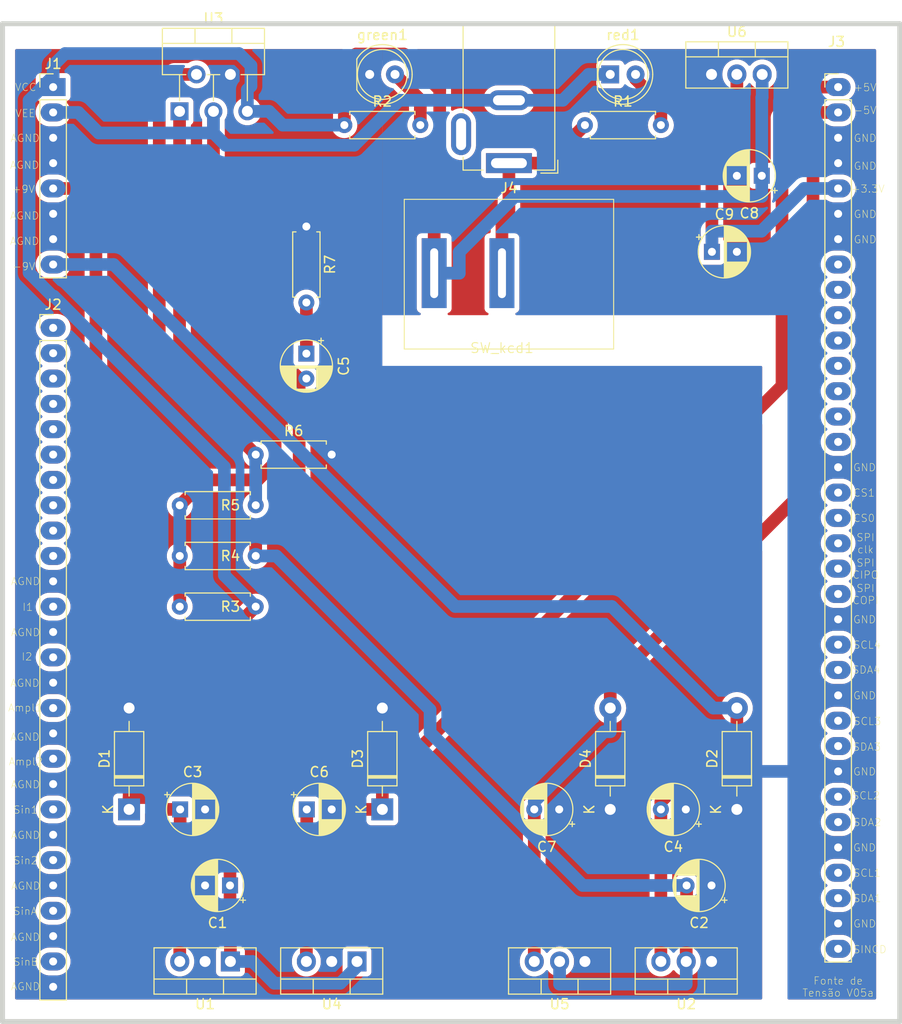
<source format=kicad_pcb>
(kicad_pcb (version 20221018) (generator pcbnew)
  (title_block (title "Barramento do EITduino") (date "2023-08-14") (rev "v02") (company "EITduino") (comment 1 "Autor: Gustavo Pinheiro") (comment 2 "Barramento proposto para uma placa 90x100 mm") (comment 3 "placa de face simples") (comment 4 "Pinos AGND e DGND"))
  (layers (0 "F.Cu" signal) (31 "B.Cu" signal) (34 "B.Paste" user) (35 "F.Paste" user) (36 "B.SilkS" user "B.Silkscreen") (37 "F.SilkS" user "F.Silkscreen") (38 "B.Mask" user) (39 "F.Mask" user) (44 "Edge.Cuts" user))
  (net 0 "")
  (net 1 "+9V")
  (net 2 "-9V")
  (net 3 "+5V")
  (net 4 "-5V")
  (net 5 "+3.3V")
  (net 12 "Earth")
  (net 14 "I1")
  (net 15 "I2")
  (net 16 "Ampl1")
  (net 17 "Ampl2")
  (net 18 "Sin1")
  (net 19 "Sin2")
  (net 20 "SinA")
  (net 21 "SinB")
  (net 23 "SPI_COPI")
  (net 24 "SPI_CIPO")
  (net 25 "SPI_clk")
  (net 26 "CS1")
  (net 27 "CS0")
  (net 28 "SCL3")
  (net 29 "SDA3")
  (net 30 "SCL2")
  (net 31 "SDA2")
  (net 32 "SCL1")
  (net 33 "SDA1")
  (net 34 "VCC")
  (net 35 "VEE")
  (net 46 "SINCD")
  (net 47 "Vin")
  (net 48 "SCL4")
  (net 49 "SDA4")
  (net 50 "Net-(C5-Pad1)")
  (net 51 "Net-(green1-A)")
  (net 52 "Net-(red1-A)")
  (net 53 "Net-(U3-+)")
  (net 54 "Net-(U3--)")
  (footprint "Diode_THT:D_DO-41_SOD81_P10.16mm_Horizontal" (layer "F.Cu") (at 114.3 129.54 90)
    (fp_text reference "D1")
    (fp_text value "1N5819")
  )
  (footprint "Capacitor_THT:CP_Radial_D5.0mm_P2.50mm" (layer "F.Cu") (at 132.08 83.86 -90)
    (fp_text reference "C5")
    (fp_text value "2.2uF")
  )
  (footprint "Resistor_THT:R_Axial_DIN0207_L6.3mm_D2.5mm_P7.62mm_Horizontal" (layer "F.Cu") (at 132.08 71.12 -90)
    (fp_text reference "R7")
    (fp_text value "1")
  )
  (footprint "Package_TO_SOT_THT:TO-220-3_Vertical" (layer "F.Cu") (at 172.72 144.78 180)
    (fp_text reference "U2")
    (fp_text value "LM7909_TO220")
  )
  (footprint "Resistor_THT:R_Axial_DIN0207_L6.3mm_D2.5mm_P7.62mm_Horizontal" (layer "F.Cu") (at 119.38 99.06)
    (fp_text reference "R5")
    (fp_text value "1k")
  )
  (footprint "Capacitor_THT:CP_Radial_D5.0mm_P2.50mm" (layer "F.Cu") (at 170.14 129.54 180)
    (fp_text reference "C4")
    (fp_text value "1uF")
  )
  (footprint "Capacitor_THT:CP_Radial_D5.0mm_P2.50mm" (layer "F.Cu") (at 177.76 66.04 180)
    (fp_text reference "C8")
    (fp_text value "100uF")
  )
  (footprint "Capacitor_THT:CP_Radial_D5.0mm_P2.50mm" (layer "F.Cu") (at 124.42 137.16 180)
    (fp_text reference "C1")
    (fp_text value "3.3uF")
  )
  (footprint "Resistor_THT:R_Axial_DIN0207_L6.3mm_D2.5mm_P7.62mm_Horizontal" (layer "F.Cu") (at 127 109.22 180)
    (fp_text reference "R3")
    (fp_text value "22k")
  )
  (footprint "Package_TO_SOT_THT:TO-220-5_P3.4x3.7mm_StaggerOdd_Lead3.8mm_Vertical" (layer "F.Cu") (at 119.36 59.58)
    (fp_text reference "U3")
    (fp_text value "LM675")
  )
  (footprint "Resistor_THT:R_Axial_DIN0207_L6.3mm_D2.5mm_P7.62mm_Horizontal" (layer "F.Cu") (at 119.38 104.14)
    (fp_text reference "R4")
    (fp_text value "22k")
  )
  (footprint "Chave_Gangorra:chave gangorra 2 pinos" (layer "F.Cu") (at 151.7 83.8)
    (fp_text reference "SW_kcd1")
    (fp_text value "chave_gangorra_2_pinos")
  )
  (footprint "LED_THT:LED_D5.0mm" (layer "F.Cu") (at 138.43 55.88)
    (fp_text reference "green1")
    (fp_text value "LED")
  )
  (footprint "Connector_PinHeader_2.54mm:PinHeader_1x35_P2.54mm_Vertical" (layer "F.Cu") (at 185.42 57.15)
    (fp_text reference "J3")
    (fp_text value "comunicacao / sinais digitais" hide)
  )
  (footprint "Capacitor_THT:CP_Radial_D5.0mm_P2.50mm" (layer "F.Cu") (at 172.76 73.66)
    (fp_text reference "C9")
    (fp_text value "100uF")
  )
  (footprint "Package_TO_SOT_THT:TO-220-3_Vertical" (layer "F.Cu") (at 160.02 144.78 180)
    (fp_text reference "U5")
    (fp_text value "L7905")
  )
  (footprint "LED_THT:LED_D5.0mm" (layer "F.Cu") (at 162.56 55.88)
    (fp_text reference "red1")
    (fp_text value "LED")
  )
  (footprint "Capacitor_THT:CP_Radial_D5.0mm_P2.50mm" (layer "F.Cu") (at 172.72 137.16 180)
    (fp_text reference "C2")
    (fp_text value "22uF")
  )
  (footprint "Connector_PinHeader_2.54mm:PinHeader_1x08_P2.54mm_Vertical" (layer "F.Cu") (at 106.68 57.15)
    (fp_text reference "J1")
    (fp_text value "alimentacao analogica" hide)
  )
  (footprint "Connector_PinHeader_2.54mm:PinHeader_1x27_P2.54mm_Vertical" (layer "F.Cu") (at 106.68 81.28)
    (fp_text reference "J2")
    (fp_text value "sinais analogicos" hide)
  )
  (footprint "Diode_THT:D_DO-41_SOD81_P10.16mm_Horizontal" (layer "F.Cu") (at 162.56 129.54 90)
    (fp_text reference "D4")
    (fp_text value "1N5819")
  )
  (footprint "Diode_THT:D_DO-41_SOD81_P10.16mm_Horizontal" (layer "F.Cu") (at 139.7 129.54 90)
    (fp_text reference "D3")
    (fp_text value "1N5819")
  )
  (footprint "Package_TO_SOT_THT:TO-220-3_Vertical" (layer "F.Cu") (at 172.72 55.88)
    (fp_text reference "U6")
    (fp_text value "LM1117T-3.3")
  )
  (footprint "Capacitor_THT:CP_Radial_D5.0mm_P2.50mm" (layer "F.Cu") (at 119.42 129.54)
    (fp_text reference "C3")
    (fp_text value "1uF")
  )
  (footprint "Resistor_THT:R_Axial_DIN0207_L6.3mm_D2.5mm_P7.62mm_Horizontal" (layer "F.Cu") (at 135.89 60.96)
    (fp_text reference "R2")
    (fp_text value "510")
  )
  (footprint "Resistor_THT:R_Axial_DIN0207_L6.3mm_D2.5mm_P7.62mm_Horizontal" (layer "F.Cu") (at 127 93.98)
    (fp_text reference "R6")
    (fp_text value "15k")
  )
  (footprint "Diode_THT:D_DO-41_SOD81_P10.16mm_Horizontal" (layer "F.Cu") (at 175.26 129.54 90)
    (fp_text reference "D2")
    (fp_text value "1N5819")
  )
  (footprint "Package_TO_SOT_THT:TO-220-3_Vertical" (layer "F.Cu") (at 124.46 144.78 180)
    (fp_text reference "U1")
    (fp_text value "L7809")
  )
  (footprint "Capacitor_THT:CP_Radial_D5.0mm_P2.50mm" (layer "F.Cu") (at 132.12 129.54)
    (fp_text reference "C6")
    (fp_text value "1uF")
  )
  (footprint "Capacitor_THT:CP_Radial_D5.0mm_P2.50mm" (layer "F.Cu") (at 157.44 129.54 180)
    (fp_text reference "C7")
    (fp_text value "1uF")
  )
  (footprint "Package_TO_SOT_THT:TO-220-3_Vertical" (layer "F.Cu") (at 137.16 144.78 180)
    (fp_text reference "U4")
    (fp_text value "L7805")
  )
  (footprint "Connector_BarrelJack:BarrelJack_GCT_DCJ200-10-A_Horizontal" (layer "F.Cu") (at 152.4 64.77 180)
    (fp_text reference "J4")
    (fp_text value "Barrel_Jack")
  )
  (footprint "Resistor_THT:R_Axial_DIN0207_L6.3mm_D2.5mm_P7.62mm_Horizontal" (layer "F.Cu") (at 160.02 60.96)
    (fp_text reference "R1")
    (fp_text value "1k2")
  )
  (gr_line (start 191.6 50.8) (end 101.6 50.8) (stroke (width 0.5)) (layer "Edge.Cuts"))
  (gr_line (start 191.6 150.8) (end 191.6 50.8) (stroke (width 0.5)) (layer "Edge.Cuts"))
  (gr_line (start 191.59982 150.7998) (end 101.6 150.7998) (stroke (width 0.5)) (layer "Edge.Cuts"))
  (gr_line (start 101.6 50.8) (end 101.6 150.7998) (stroke (width 0.5)) (layer "Edge.Cuts"))
  (gr_text "SDA1" (at 186.8967 138.452966) (layer "F.SilkS") (effects (font (size 0.75 0.75) (thickness 0.05) bold) (justify left)))
  (gr_text "AGND" (at 102.314418 64.968158) (layer "F.SilkS") (effects (font (size 0.75 0.75) (thickness 0.05) bold) (justify left)))
  (gr_text "SinA" (at 102.652955 139.742119) (layer "F.SilkS") (effects (font (size 0.75 0.75) (thickness 0.05) bold) (justify left)))
  (gr_text "SPI\nCIPO\n" (at 188.1667 105.432966) (layer "F.SilkS") (effects (font (size 0.75 0.75) (thickness 0.05) bold)))
  (gr_text "GND" (at 186.8967 118.132966) (layer "F.SilkS") (effects (font (size 0.75 0.75) (thickness 0.05) bold) (justify left)))
  (gr_text "CS1" (at 186.8967 97.812966) (layer "F.SilkS") (effects (font (size 0.75 0.75) (thickness 0.05) bold) (justify left)))
  (gr_text "GND" (at 186.955818 72.866258) (layer "F.SilkS") (effects (font (size 0.75 0.75) (thickness 0.05) bold) (justify left bottom)))
  (gr_text "-9V" (at 102.568418 75.128158) (layer "F.SilkS") (effects (font (size 0.75 0.75) (thickness 0.05) bold) (justify left)))
  (gr_text "AGND" (at 102.441415 137.208672) (layer "F.SilkS") (effects (font (size 0.75 0.75) (thickness 0.05) bold) (justify left)))
  (gr_text "AGND" (at 102.415048 112.238762) (layer "F.SilkS") (effects (font (size 0.75 0.75) (thickness 0.05) bold) (justify left bottom)))
  (gr_text "GND" (at 186.8967 125.752966) (layer "F.SilkS") (effects (font (size 0.75 0.75) (thickness 0.05) bold) (justify left)))
  (gr_text "+3.3V" (at 186.701818 67.786258) (layer "F.SilkS") (effects (font (size 0.75 0.75) (thickness 0.05) bold) (justify left bottom)))
  (gr_text "GND" (at 186.955818 65.500258) (layer "F.SilkS") (effects (font (size 0.75 0.75) (thickness 0.05) bold) (justify left bottom)))
  (gr_text "AGND" (at 102.314418 72.588158) (layer "F.SilkS") (effects (font (size 0.75 0.75) (thickness 0.05) bold) (justify left)))
  (gr_text "GND" (at 186.8967 110.512966) (layer "F.SilkS") (effects (font (size 0.75 0.75) (thickness 0.05) bold) (justify left)))
  (gr_text "AGND" (at 102.408342 147.725608) (layer "F.SilkS") (effects (font (size 0.75 0.75) (thickness 0.05) bold) (justify left bottom)))
  (gr_text "Sin1" (at 102.652955 129.582119) (layer "F.SilkS") (effects (font (size 0.75 0.75) (thickness 0.05) bold) (justify left)))
  (gr_text "AGND" (at 102.414926 132.122118) (layer "F.SilkS") (effects (font (size 0.75 0.75) (thickness 0.05) bold) (justify left)))
  (gr_text "+5V\n" (at 186.955818 57.626258) (layer "F.SilkS") (effects (font (size 0.75 0.75) (thickness 0.05) bold) (justify left bottom)))
  (gr_text "SCL2" (at 186.7967 128.152966) (layer "F.SilkS") (effects (font (size 0.75 0.75) (thickness 0.05) bold) (justify left)))
  (gr_text "-5V" (at 186.955818 59.912258) (layer "F.SilkS") (effects (font (size 0.75 0.75) (thickness 0.05) bold) (justify left bottom)))
  (gr_text "AGND" (at 102.373918 62.266501) (layer "F.SilkS") (effects (font (size 0.75 0.75) (thickness 0.05) bold) (justify left)))
  (gr_text "SDA3" (at 186.859509 123.716321) (layer "F.SilkS") (effects (font (size 0.75 0.75) (thickness 0.05) bold) (justify left bottom)))
  (gr_text "SDA4\n" (at 186.7967 115.552966) (layer "F.SilkS") (effects (font (size 0.75 0.75) (thickness 0.05) bold) (justify left)))
  (gr_text "Ampl2" (at 102.190097 124.753588) (layer "F.SilkS") (effects (font (size 0.75 0.75) (thickness 0.05) bold) (justify left)))
  (gr_text "GND" (at 186.955818 62.706258) (layer "F.SilkS") (effects (font (size 0.75 0.75) (thickness 0.05) bold) (justify left bottom)))
  (gr_text "SINCD" (at 186.89297 143.574095) (layer "F.SilkS") (effects (font (size 0.75 0.75) (thickness 0.05) bold) (justify left)))
  (gr_text "AGND" (at 102.314418 70.048158) (layer "F.SilkS") (effects (font (size 0.75 0.75) (thickness 0.05) bold) (justify left)))
  (gr_text "CS0" (at 186.8967 100.352966) (layer "F.SilkS") (effects (font (size 0.75 0.75) (thickness 0.05) bold) (justify left)))
  (gr_text "VCC" (at 102.822418 57.602158) (layer "F.SilkS") (effects (font (size 0.75 0.75) (thickness 0.05) bold) (justify left bottom)))
  (gr_text "VEE\n" (at 102.855208 59.778606) (layer "F.SilkS") (effects (font (size 0.75 0.75) (thickness 0.05) bold) (justify left)))
  (gr_text "I2\n" (at 103.481993 114.67284) (layer "F.SilkS") (effects (font (size 0.75 0.75) (thickness 0.05) bold) (justify left bottom)))
  (gr_text "SCL4\n" (at 186.8967 113.052966) (layer "F.SilkS") (effects (font (size 0.75 0.75) (thickness 0.05) bold) (justify left)))
  (gr_text "GND" (at 186.955818 70.326258) (layer "F.SilkS") (effects (font (size 0.75 0.75) (thickness 0.05) bold) (justify left bottom)))
  (gr_text "SinB" (at 102.652955 144.822119) (layer "F.SilkS") (effects (font (size 0.75 0.75) (thickness 0.05) bold) (justify left)))
  (gr_text "AGND" (at 102.401941 127.042119) (layer "F.SilkS") (effects (font (size 0.75 0.75) (thickness 0.05) bold) (justify left)))
  (gr_text "SDA2" (at 186.8967 130.832966) (layer "F.SilkS") (effects (font (size 0.75 0.75) (thickness 0.05) bold) (justify left)))
  (gr_text "SPI\nclk\n" (at 188.1667 102.892966) (layer "F.SilkS") (effects (font (size 0.75 0.75) (thickness 0.05) bold)))
  (gr_text "GND" (at 186.8967 95.272966) (layer "F.SilkS") (effects (font (size 0.75 0.75) (thickness 0.05) bold) (justify left)))
  (gr_text "AGND" (at 102.352029 117.31861) (layer "F.SilkS") (effects (font (size 0.75 0.75) (thickness 0.05) bold) (justify left bottom)))
  (gr_text "I1" (at 103.565958 109.262271) (layer "F.SilkS") (effects (font (size 0.75 0.75) (thickness 0.05) bold) (justify left)))
  (gr_text "GND" (at 186.9078 141.435253) (layer "F.SilkS") (effects (font (size 0.75 0.75) (thickness 0.05) bold) (justify left bottom)))
  (gr_text "AGND" (at 102.355457 122.273179) (layer "F.SilkS") (effects (font (size 0.75 0.75) (thickness 0.05) bold) (justify left)))
  (gr_text "AGND" (at 102.408342 142.334851) (layer "F.SilkS") (effects (font (size 0.75 0.75) (thickness 0.05) bold) (justify left)))
  (gr_text "Sin2\n" (at 102.652955 134.662119) (layer "F.SilkS") (effects (font (size 0.75 0.75) (thickness 0.05) bold) (justify left)))
  (gr_text "+9V\n" (at 102.53014 67.379378) (layer "F.SilkS") (effects (font (size 0.75 0.75) (thickness 0.05) bold) (justify left)))
  (gr_text "AGND" (at 102.415048 107.119197) (layer "F.SilkS") (effects (font (size 0.75 0.75) (thickness 0.05) bold) (justify left bottom)))
  (gr_text "GND" (at 186.8967 133.372966) (layer "F.SilkS") (effects (font (size 0.75 0.75) (thickness 0.05) bold) (justify left)))
  (gr_text "Fonte de\nTensão V05a" (at 185.42 147.32) (layer "F.SilkS") (effects (font (size 0.75 0.75) (thickness 0.05) bold)))
  (gr_text "SCL1\n" (at 186.8967 135.912966) (layer "F.SilkS") (effects (font (size 0.75 0.75) (thickness 0.05) bold) (justify left)))
  (gr_text "SPI\nCOPI\n" (at 188.1667 107.986256) (layer "F.SilkS") (effects (font (size 0.75 0.75) (thickness 0.05) bold)))
  (gr_text "SCL3" (at 186.923306 121.14851) (layer "F.SilkS") (effects (font (size 0.75 0.75) (thickness 0.05) bold) (justify left bottom)))
  (gr_text "Ampl1" (at 102.123953 119.79277) (layer "F.SilkS") (effects (font (size 0.75 0.75) (thickness 0.05) bold) (justify left bottom)))
  (segment (start 119.42 129.54) (end 117.35 129.54) (width 1.27) (layer "F.Cu") (net 1))
  (segment (start 119.42 129.54) (end 119.42 131.61) (width 1.27) (layer "F.Cu") (net 1))
  (segment (start 119.42 131.61) (end 119.38 131.65) (width 1.27) (layer "F.Cu") (net 1))
  (segment (start 116.165 128.355) (end 117.35 129.54) (width 1.27) (layer "F.Cu") (net 1))
  (segment (start 119.38 131.65) (end 119.38 144.78) (width 1.27) (layer "F.Cu") (net 1))
  (segment (start 114.3 127.17) (end 110.9719 123.8419) (width 1.27) (layer "F.Cu") (net 1))
  (segment (start 114.3 128.355) (end 116.165 128.355) (width 1.27) (layer "F.Cu") (net 1))
  (segment (start 106.68 67.31) (end 109.2 67.31) (width 1.27) (layer "F.Cu") (net 1))
  (segment (start 114.3 129.54) (end 114.3 128.355) (width 1.27) (layer "F.Cu") (net 1))
  (segment (start 110.9719 69.0819) (end 109.2 67.31) (width 1.27) (layer "F.Cu") (net 1))
  (segment (start 110.9719 123.8419) (end 110.9719 69.0819) (width 1.27) (layer "F.Cu") (net 1))
  (segment (start 114.3 128.355) (end 114.3 127.17) (width 1.27) (layer "F.Cu") (net 1))
  (segment (start 175.26 121.75) (end 174.6675 121.75) (width 1.27) (layer "F.Cu") (net 2))
  (segment (start 174.6675 121.75) (end 167.64 128.7775) (width 1.27) (layer "F.Cu") (net 2))
  (segment (start 167.64 128.7775) (end 167.64 129.54) (width 1.27) (layer "F.Cu") (net 2))
  (segment (start 167.64 144.78) (end 167.64 129.54) (width 1.27) (layer "F.Cu") (net 2))
  (segment (start 175.26 119.38) (end 175.26 121.75) (width 1.27) (layer "F.Cu") (net 2))
  (segment (start 147.02 109.2056) (end 162.7156 109.2056) (width 1.27) (layer "B.Cu") (net 2))
  (segment (start 106.68 74.93) (end 112.7444 74.93) (width 1.27) (layer "B.Cu") (net 2))
  (segment (start 162.7156 109.2056) (end 172.89 119.38) (width 1.27) (layer "B.Cu") (net 2))
  (segment (start 175.26 119.38) (end 172.89 119.38) (width 1.27) (layer "B.Cu") (net 2))
  (segment (start 112.7444 74.93) (end 147.02 109.2056) (width 1.27) (layer "B.Cu") (net 2))
  (segment (start 132.08 144.78) (end 132.08 131.65) (width 1.27) (layer "F.Cu") (net 3))
  (segment (start 132.12 131.61) (end 135.392 131.61) (width 1.27) (layer "F.Cu") (net 3))
  (segment (start 137.33 129.672) (end 137.33 129.54) (width 1.27) (layer "F.Cu") (net 3))
  (segment (start 139.7 129.54) (end 139.7 127.17) (width 1.27) (layer "F.Cu") (net 3))
  (segment (start 132.12 129.54) (end 132.12 131.61) (width 1.27) (layer "F.Cu") (net 3))
  (segment (start 132.08 131.65) (end 132.12 131.61) (width 1.27) (layer "F.Cu") (net 3))
  (segment (start 182.9 57.15) (end 179.7885 60.2615) (width 1.27) (layer "F.Cu") (net 3))
  (segment (start 185.42 57.15) (end 182.9 57.15) (width 1.27) (layer "F.Cu") (net 3))
  (segment (start 135.392 131.61) (end 137.33 129.672) (width 1.27) (layer "F.Cu") (net 3))
  (segment (start 139.7 129.54) (end 137.33 129.54) (width 1.27) (layer "F.Cu") (net 3))
  (segment (start 179.7885 60.2615) (end 179.7885 87.0815) (width 1.27) (layer "F.Cu") (net 3))
  (segment (start 179.7885 87.0815) (end 139.7 127.17) (width 1.27) (layer "F.Cu") (net 3))
  (segment (start 162.56 119.38) (end 162.56 117.01) (width 1.27) (layer "F.Cu") (net 4))
  (segment (start 154.94 144.78) (end 154.94 129.54) (width 1.27) (layer "F.Cu") (net 4))
  (segment (start 185.42 59.69) (end 182.9 59.69) (width 1.27) (layer "F.Cu") (net 4))
  (segment (start 182.9 96.67) (end 162.56 117.01) (width 1.27) (layer "F.Cu") (net 4))
  (segment (start 182.9 59.69) (end 182.9 96.67) (width 1.27) (layer "F.Cu") (net 4))
  (segment (start 161.9463 121.75) (end 162.56 121.75) (width 1.27) (layer "B.Cu") (net 4))
  (segment (start 154.94 129.54) (end 154.94 128.7563) (width 1.27) (layer "B.Cu") (net 4))
  (segment (start 154.94 128.7563) (end 161.9463 121.75) (width 1.27) (layer "B.Cu") (net 4))
  (segment (start 162.56 119.38) (end 162.56 121.75) (width 1.27) (layer "B.Cu") (net 4))
  (segment (start 172.76 63.46) (end 172.76 73.66) (width 1.27) (layer "F.Cu") (net 5))
  (segment (start 175.26 60.96) (end 172.76 63.46) (width 1.27) (layer "F.Cu") (net 5))
  (segment (start 175.26 55.88) (end 175.26 60.96) (width 1.27) (layer "F.Cu") (net 5))
  (segment (start 177.7252 71.59) (end 172.76 71.59) (width 1.27) (layer "B.Cu") (net 5))
  (segment (start 172.76 73.66) (end 172.76 71.59) (width 1.27) (layer "B.Cu") (net 5))
  (segment (start 182.0052 67.31) (end 177.7252 71.59) (width 1.27) (layer "B.Cu") (net 5))
  (segment (start 185.42 67.31) (end 182.0052 67.31) (width 1.27) (layer "B.Cu") (net 5))
  (segment (start 106.68 137.16) (end 109.0654 137.16) (width 1.27) (layer "F.Cu") (net 12))
  (segment (start 162.56 129.54) (end 160.19 129.54) (width 1.27) (layer "F.Cu") (net 12))
  (segment (start 109.2 106.68) (end 109.2 111.76) (width 1.27) (layer "F.Cu") (net 12))
  (segment (start 106.68 62.23) (end 109.2 62.23) (width 1.27) (layer "F.Cu") (net 12))
  (segment (start 132.7389 71.12) (end 134.62 73.0011) (width 1.27) (layer "F.Cu") (net 12))
  (segment (start 106.68 106.68) (end 109.2 106.68) (width 1.27) (layer "F.Cu") (net 12))
  (segment (start 122.4198 53.8398) (end 117.5902 53.8398) (width 1.27) (layer "F.Cu") (net 12))
  (segment (start 134.62 96.05) (end 139.7 101.13) (width 1.27) (layer "F.Cu") (net 12))
  (segment (start 139.7 101.13) (end 139.7 119.38) (width 1.27) (layer "F.Cu") (net 12))
  (segment (start 109.0669 137.1585) (end 109.0654 137.16) (width 1.27) (layer "F.Cu") (net 12))
  (segment (start 109.2 127) (end 109.2 131.9469) (width 1.27) (layer "F.Cu") (net 12))
  (segment (start 106.68 69.85) (end 104.16 69.85) (width 1.27) (layer "F.Cu") (net 12))
  (segment (start 106.68 64.77) (end 106.68 62.23) (width 1.27) (layer "F.Cu") (net 12))
  (segment (start 172.72 137.16) (end 172.72 144.78) (width 1.27) (layer "F.Cu") (net 12))
  (segment (start 160.02 134.19) (end 157.78 131.95) (width 1.27) (layer "F.Cu") (net 12))
  (segment (start 139.7 124.46) (end 139.7 119.38) (width 1.27) (layer "F.Cu") (net 12))
  (segment (start 157.78 131.95) (end 160.19 129.54) (width 1.27) (layer "F.Cu") (net 12))
  (segment (start 109.0669 132.08) (end 109.0669 137.1585) (width 1.27) (layer "F.Cu") (net 12))
  (segment (start 106.68 72.39) (end 106.68 69.85) (width 1.27) (layer "F.Cu") (net 12))
  (segment (start 121.92 129.54) (end 121.92 137.16) (width 1.27) (layer "F.Cu") (net 12))
  (segment (start 108.6901 132.08) (end 109.0669 132.08) (width 1.27) (layer "F.Cu") (net 12))
  (segment (start 109.2 131.9469) (end 109.0669 132.08) (width 1.27) (layer "F.Cu") (net 12))
  (segment (start 106.68 132.08) (end 108.6901 132.08) (width 1.27) (layer "F.Cu") (net 12))
  (segment (start 185.42 64.77) (end 185.42 62.23) (width 1.27) (layer "F.Cu") (net 12))
  (segment (start 106.68 111.76) (end 109.0654 111.76) (width 1.27) (layer "F.Cu") (net 12))
  (segment (start 124.46 55.88) (end 126.63 55.88) (width 1.27) (layer "F.Cu") (net 12))
  (segment (start 106.68 116.84) (end 109.2 116.84) (width 1.27) (layer "F.Cu") (net 12))
  (segment (start 132.08 71.12) (end 132.7389 71.12) (width 1.27) (layer "F.Cu") (net 12))
  (segment (start 175.26 73.66) (end 175.26 66.04) (width 1.27) (layer "F.Cu") (net 12))
  (segment (start 109.2 116.84) (end 109.2 111.8946) (width 1.27) (layer "F.Cu") (net 12))
  (segment (start 136.6516 62.9449) (end 132.7389 62.9449) (width 1.27) (layer "F.Cu") (net 12))
  (segment (start 138.43 55.88) (end 138.43 61.1665) (width 1.27) (layer "F.Cu") (net 12))
  (segment (start 106.68 127) (end 109.2 127) (width 1.27) (layer "F.Cu") (net 12))
  (segment (start 132.7389 62.9449) (end 132.7389 61.9889) (width 1.27) (layer "F.Cu") (net 12))
  (segment (start 160.02 144.78) (end 160.02 134.19) (width 1.27) (layer "F.Cu") (net 12))
  (segment (start 109.0654 111.76) (end 109.2 111.76) (width 1.27) (layer "F.Cu") (net 12))
  (segment (start 157.78 131.95) (end 157.44 131.61) (width 1.27) (layer "F.Cu") (net 12))
  (segment (start 124.46 55.88) (end 122.4198 53.8398) (width 1.27) (layer "F.Cu") (net 12))
  (segment (start 132.7389 71.12) (end 132.7389 62.9449) (width 1.27) (layer "F.Cu") (net 12))
  (segment (start 104.16 69.85) (end 104.16 64.77) (width 1.27) (layer "F.Cu") (net 12))
  (segment (start 109.2 111.8946) (end 109.0654 111.76) (width 1.27) (layer "F.Cu") (net 12))
  (segment (start 134.62 93.98) (end 134.62 96.05) (width 1.27) (layer "F.Cu") (net 12))
  (segment (start 134.62 73.0011) (end 134.62 93.98) (width 1.27) (layer "F.Cu") (net 12))
  (segment (start 117.5902 53.8398) (end 109.2 62.23) (width 1.27) (layer "F.Cu") (net 12))
  (segment (start 132.7389 61.9889) (end 126.63 55.88) (width 1.27) (layer "F.Cu") (net 12))
  (segment (start 106.68 64.77) (end 104.16 64.77) (width 1.27) (layer "F.Cu") (net 12))
  (segment (start 138.43 61.1665) (end 136.6516 62.9449) (width 1.27) (layer "F.Cu") (net 12))
  (segment (start 157.44 129.54) (end 157.44 131.61) (width 1.27) (layer "F.Cu") (net 12))
  (segment (start 134.62 129.54) (end 139.7 124.46) (width 1.27) (layer "F.Cu") (net 12))
  (segment (start 185.42 69.85) (end 187.94 69.85) (width 1.27) (layer "B.Cu") (net 12))
  (segment (start 109.2 121.92) (end 109.2 121.7854) (width 1.27) (layer "B.Cu") (net 12))
  (segment (start 182.9 110.49) (end 182.9 118.09) (width 1.27) (layer "B.Cu") (net 12))
  (segment (start 106.68 147.32) (end 109.2 147.32) (width 1.27) (layer "B.Cu") (net 12))
  (segment (start 172.72 55.88) (end 172.72 63.5) (width 1.27) (layer "B.Cu") (net 12))
  (segment (start 182.9 110.49) (end 182.9 95.3846) (width 1.27) (layer "B.Cu") (net 12))
  (segment (start 182.9 74.93) (end 181.63 73.66) (width 1.27) (layer "B.Cu") (net 12))
  (segment (start 182.88 118.11) (end 185.42 118.11) (width 1.27) (layer "B.Cu") (net 12))
  (segment (start 182.9 118.09) (end 182.88 118.11) (width 1.27) (layer "B.Cu") (net 12))
  (segment (start 121.92 144.78) (end 121.92 142.51) (width 1.27) (layer "B.Cu") (net 12))
  (segment (start 109.0654 127) (end 109.0669 126.9985) (width 1.27) (layer "B.Cu") (net 12))
  (segment (start 109.0654 142.24) (end 109.2 142.1054) (width 1.27) (layer "B.Cu") (net 12))
  (segment (start 109.2 142.1054) (end 109.2 137.16) (width 1.27) (layer "B.Cu") (net 12))
  (segment (start 123.077 141.353) (end 133.463 141.353) (width 1.27) (layer "B.Cu") (net 12))
  (segment (start 109.0669 121.9215) (end 109.0654 121.92) (width 1.27) (layer "B.Cu") (net 12))
  (segment (start 182.88 118.11) (end 182.88 125.73) (width 1.27) (layer "B.Cu") (net 12))
  (segment (start 121.92 140.196) (end 121.92 137.16) (width 1.27) (layer "B.Cu") (net 12))
  (segment (start 184.16 72.39) (end 182.9 72.39) (width 1.27) (layer "B.Cu") (net 12))
  (segment (start 182.9 95.3846) (end 183.0346 95.25) (width 1.27) (layer "B.Cu") (net 12))
  (segment (start 175.26 129.54) (end 170.14 129.54) (width 1.27) (layer "B.Cu") (net 12))
  (segment (start 109.2 121.7854) (end 111.6054 119.38) (width 1.27) (layer "B.Cu") (net 12))
  (segment (start 182.88 125.73) (end 185.42 125.73) (width 1.27) (layer "B.Cu") (net 12))
  (segment (start 164.93 129.4171) (end 166.772 127.5751) (width 1.27) (layer "B.Cu") (net 12))
  (segment (start 160.02 144.78) (end 160.02 142.51) (width 1.27) (layer "B.Cu") (net 12))
  (segment (start 109.2 116.84) (end 109.2 116.9746) (width 1.27) (layer "B.Cu") (net 12))
  (segment (start 185.42 64.77) (end 187.94 64.77) (width 1.27) (layer "B.Cu") (net 12))
  (segment (start 109.2 142.24) (end 109.2 147.32) (width 1.27) (layer "B.Cu") (net 12))
  (segment (start 121.92 137.16) (end 109.2 137.16) (width 1.27) (layer "B.Cu") (net 12))
  (segment (start 172.72 63.5) (end 175.26 66.04) (width 1.27) (layer "B.Cu") (net 12))
  (segment (start 123.077 141.353) (end 121.92 140.196) (width 1.27) (layer "B.Cu") (net 12))
  (segment (start 133.463 141.353) (end 134.62 142.51) (width 1.27) (layer "B.Cu") (net 12))
  (segment (start 108.6901 142.24) (end 109.0654 142.24) (width 1.27) (layer "B.Cu") (net 12))
  (segment (start 182.88 140.97) (end 185.42 140.97) (width 1.27) (layer "B.Cu") (net 12))
  (segment (start 109.0654 142.24) (end 109.2 142.24) (width 1.27) (layer "B.Cu") (net 12))
  (segment (start 185.42 110.49) (end 182.9 110.49) (width 1.27) (layer "B.Cu") (net 12))
  (segment (start 185.42 95.25) (end 183.0346 95.25) (width 1.27) (layer "B.Cu") (net 12))
  (segment (start 161.25 125.73) (end 182.88 125.73) (width 1.27) (layer "B.Cu") (net 12))
  (segment (start 109.2 116.9746) (end 111.6054 119.38) (width 1.27) (layer "B.Cu") (net 12))
  (segment (start 134.62 140.196) (end 133.463 141.353) (width 1.27) (layer "B.Cu") (net 12))
  (segment (start 106.68 121.92) (end 109.0654 121.92) (width 1.27) (layer "B.Cu") (net 12))
  (segment (start 182.88 125.73) (end 182.88 133.35) (width 1.27) (layer "B.Cu") (net 12))
  (segment (start 182.9 95.25) (end 182.9 74.93) (width 1.27) (layer "B.Cu") (net 12))
  (segment (start 172.72 139.23) (end 172.72 137.16) (width 1.27) (layer "B.Cu") (net 12))
  (segment (start 185.42 69.85) (end 185.42 72.02) (width 1.27) (layer "B.Cu") (net 12))
  (segment (start 106.68 137.16) (end 109.2 137.16) (width 1.27) (layer "B.Cu") (net 12))
  (segment (start 172.72 129.54) (end 172.89 129.54) (width 1.27) (layer "B.Cu") (net 12))
  (segment (start 109.0669 126.9985) (end 109.0669 121.9215) (width 1.27) (layer "B.Cu") (net 12))
  (segment (start 168.4887 127.5751) (end 170.14 129.2264) (width 1.27) (layer "B.Cu") (net 12))
  (segment (start 134.62 142.51) (end 134.62 144.78) (width 1.27) (layer "B.Cu") (net 12))
  (segment (start 170.14 129.54) (end 172.72 129.54) (width 1.27) (layer "B.Cu") (net 12))
  (segment (start 111.6054 119.38) (end 111.93 119.38) (width 1.27) (layer "B.Cu") (net 12))
  (segment (start 182.88 133.35) (end 185.42 133.35) (width 1.27) (layer "B.Cu") (net 12))
  (segment (start 106.68 116.84) (end 109.2 116.84) (width 1.27) (layer "B.Cu") (net 12))
  (segment (start 106.68 127) (end 108.6901 127) (width 1.27) (layer "B.Cu") (net 12))
  (segment (start 183.0346 95.25) (end 182.9 95.25) (width 1.27) (layer "B.Cu") (net 12))
  (segment (start 114.3 119.38) (end 111.93 119.38) (width 1.27) (layer "B.Cu") (net 12))
  (segment (start 162.56 129.54) (end 164.93 129.54) (width 1.27) (layer "B.Cu") (net 12))
  (segment (start 121.92 142.51) (end 123.077 141.353) (width 1.27) (layer "B.Cu") (net 12))
  (segment (start 182.88 133.35) (end 182.88 140.97) (width 1.27) (layer "B.Cu") (net 12))
  (segment (start 172.72 129.54) (end 172.72 137.16) (width 1.27) (layer "B.Cu") (net 12))
  (segment (start 184.53 72.02) (end 185.42 72.02) (width 1.27) (layer "B.Cu") (net 12))
  (segment (start 175.26 129.54) (end 172.89 129.54) (width 1.27) (layer "B.Cu") (net 12))
  (segment (start 109.0654 121.92) (end 109.2 121.92) (width 1.27) (layer "B.Cu") (net 12))
  (segment (start 106.68 142.24) (end 108.6901 142.24) (width 1.27) (layer "B.Cu") (net 12))
  (segment (start 184.16 72.39) (end 184.53 72.02) (width 1.27) (layer "B.Cu") (net 12))
  (segment (start 169.44 142.51) (end 172.72 139.23) (width 1.27) (layer "B.Cu") (net 12))
  (segment (start 134.62 129.54) (end 134.62 140.196) (width 1.27) (layer "B.Cu") (net 12))
  (segment (start 166.772 127.5751) (end 168.4887 127.5751) (width 1.27) (layer "B.Cu") (net 12))
  (segment (start 108.6901 127) (end 109.0654 127) (width 1.27) (layer "B.Cu") (net 12))
  (segment (start 185.42 72.39) (end 184.16 72.39) (width 1.27) (layer "B.Cu") (net 12))
  (segment (start 160.02 142.51) (end 134.62 142.51) (width 1.27) (layer "B.Cu") (net 12))
  (segment (start 187.94 64.77) (end 187.94 69.85) (width 1.27) (layer "B.Cu") (net 12))
  (segment (start 182.9 72.39) (end 181.63 73.66) (width 1.27) (layer "B.Cu") (net 12))
  (segment (start 157.44 129.54) (end 161.25 125.73) (width 1.27) (layer "B.Cu") (net 12))
  (segment (start 181.63 73.66) (end 175.26 73.66) (width 1.27) (layer "B.Cu") (net 12))
  (segment (start 164.93 129.54) (end 164.93 129.4171) (width 1.27) (layer "B.Cu") (net 12))
  (segment (start 170.14 129.2264) (end 170.14 129.54) (width 1.27) (layer "B.Cu") (net 12))
  (segment (start 160.02 142.51) (end 169.44 142.51) (width 1.27) (layer "B.Cu") (net 12))
  (segment (start 145.455 70.475) (end 144.9 71.03) (width 1.27) (layer "F.Cu") (net 34))
  (segment (start 135.89 60.96) (end 135.89 55.01) (width 1.27) (layer "F.Cu") (net 34))
  (segment (start 124.46 139.27) (end 124.42 139.23) (width 1.27) (layer "F.Cu") (net 34))
  (segment (start 127 109.22) (end 124.42 111.8) (width 1.27) (layer "F.Cu") (net 34))
  (segment (start 124.46 144.78) (end 124.46 139.27) (width 1.27) (layer "F.Cu") (net 34))
  (segment (start 137.062 53.838) (end 141.8626 53.838) (width 1.27) (layer "F.Cu") (net 34))
  (segment (start 145.455 57.4304) (end 145.455 70.475) (width 1.27) (layer "F.Cu") (net 34))
  (segment (start 141.8626 53.838) (end 145.455 57.4304) (width 1.27) (layer "F.Cu") (net 34))
  (segment (start 144.9 75.8) (end 144.9 71.03) (width 1.27) (layer "F.Cu") (net 34))
  (segment (start 124.42 137.16) (end 124.42 139.23) (width 1.27) (layer "F.Cu") (net 34))
  (segment (start 124.42 111.8) (end 124.42 137.16) (width 1.27) (layer "F.Cu") (net 34))
  (segment (start 135.89 55.01) (end 137.062 53.838) (width 1.27) (layer "F.Cu") (net 34))
  (segment (start 124.46 144.78) (end 126.6825 144.78) (width 1.27) (layer "B.Cu") (net 34))
  (segment (start 177.76 66.2324) (end 177.76 68.11) (width 1.27) (layer "B.Cu") (net 34))
  (segment (start 128.8604 146.9579) (end 135.4851 146.9579) (width 1.27) (layer "B.Cu") (net 34))
  (segment (start 106.68 56.065) (end 104.2682 58.4768) (width 1.27) (layer "B.Cu") (net 34))
  (segment (start 106.68 57.15) (end 106.68 56.065) (width 1.27) (layer "B.Cu") (net 34))
  (segment (start 106.68 54.98) (end 107.8688 53.7912) (width 1.27) (layer "B.Cu") (net 34))
  (segment (start 135.4851 146.9579) (end 137.16 145.283) (width 1.27) (layer "B.Cu") (net 34))
  (segment (start 137.16 145.283) (end 137.16 144.78) (width 1.27) (layer "B.Cu") (net 34))
  (segment (start 126.16 59.58) (end 126.16 57.41) (width 1.27) (layer "B.Cu") (net 34))
  (segment (start 126.16 59.58) (end 128.33 59.58) (width 1.27) (layer "B.Cu") (net 34))
  (segment (start 126.5241 54.9937) (end 126.5241 57.0459) (width 1.27) (layer "B.Cu") (net 34))
  (segment (start 125.3216 53.7912) (end 126.5241 54.9937) (width 1.27) (layer "B.Cu") (net 34))
  (segment (start 126.5241 57.0459) (end 126.16 57.41) (width 1.27) (layer "B.Cu") (net 34))
  (segment (start 177.76 66.04) (end 177.76 58.19) (width 1.27) (layer "B.Cu") (net 34))
  (segment (start 147.42 75.8) (end 147.42 73.6738) (width 1.27) (layer "B.Cu") (net 34))
  (segment (start 123.8554 106.0754) (end 127 109.22) (width 1.27) (layer "B.Cu") (net 34))
  (segment (start 123.8554 95.215) (end 123.8554 106.0754) (width 1.27) (layer "B.Cu") (net 34))
  (segment (start 107.8688 53.7912) (end 125.3216 53.7912) (width 1.27) (layer "B.Cu") (net 34))
  (segment (start 144.9 75.8) (end 147.42 75.8) (width 1.27) (layer "B.Cu") (net 34))
  (segment (start 177.76 58.19) (end 177.8 58.15) (width 1.27) (layer "B.Cu") (net 34))
  (segment (start 106.6155 78.105) (end 106.7454 78.105) (width 1.27) (layer "B.Cu") (net 34))
  (segment (start 106.7454 78.105) (end 123.8554 95.215) (width 1.27) (layer "B.Cu") (net 34))
  (segment (start 147.42 73.6738) (end 152.9838 68.11) (width 1.27) (layer "B.Cu") (net 34))
  (segment (start 177.8 55.88) (end 177.8 58.15) (width 1.27) (layer "B.Cu") (net 34))
  (segment (start 104.2682 58.4768) (end 104.2682 75.7577) (width 1.27) (layer "B.Cu") (net 34))
  (segment (start 177.76 66.2324) (end 177.76 66.04) (width 1.27) (layer "B.Cu") (net 34))
  (segment (start 135.89 60.96) (end 129.71 60.96) (width 1.27) (layer "B.Cu") (net 34))
  (segment (start 129.71 60.96) (end 128.33 59.58) (width 1.27) (layer "B.Cu") (net 34))
  (segment (start 152.9838 68.11) (end 177.76 68.11) (width 1.27) (layer "B.Cu") (net 34))
  (segment (start 104.2682 75.7577) (end 106.6155 78.105) (width 1.27) (layer "B.Cu") (net 34))
  (segment (start 106.68 56.065) (end 106.68 54.98) (width 1.27) (layer "B.Cu") (net 34))
  (segment (start 126.6825 144.78) (end 128.8604 146.9579) (width 1.27) (layer "B.Cu") (net 34))
  (segment (start 131.3565 86.36) (end 122.76 77.7635) (width 1.27) (layer "F.Cu") (net 35))
  (segment (start 170.18 144.78) (end 170.18 142.51) (width 1.27) (layer "F.Cu") (net 35))
  (segment (start 122.76 77.7635) (end 122.76 59.58) (width 1.27) (layer "F.Cu") (net 35))
  (segment (start 131.3565 86.36) (end 131.3565 97.7135) (width 1.27) (layer "F.Cu") (net 35))
  (segment (start 127 104.14) (end 127 102.07) (width 1.27) (layer "F.Cu") (net 35))
  (segment (start 170.22 142.47) (end 170.22 137.16) (width 1.27) (layer "F.Cu") (net 35))
  (segment (start 170.18 142.51) (end 170.22 142.47) (width 1.27) (layer "F.Cu") (net 35))
  (segment (start 131.3565 97.7135) (end 127 102.07) (width 1.27) (layer "F.Cu") (net 35))
  (segment (start 132.08 86.36) (end 131.3565 86.36) (width 1.27) (layer "F.Cu") (net 35))
  (segment (start 111.26 61.75) (end 122.76 61.75) (width 1.27) (layer "B.Cu") (net 35))
  (segment (start 157.8 58.47) (end 152.4 58.47) (width 1.27) (layer "B.Cu") (net 35))
  (segment (start 159.8115 137.16) (end 144.4875 121.836) (width 1.27) (layer "B.Cu") (net 35))
  (segment (start 170.22 137.16) (end 159.8115 137.16) (width 1.27) (layer "B.Cu") (net 35))
  (segment (start 123.9815 62.9715) (end 122.76 61.75) (width 1.27) (layer "B.Cu") (net 35))
  (segment (start 141.3907 58.47) (end 136.8892 62.9715) (width 1.27) (layer "B.Cu") (net 35))
  (segment (start 157.48 144.78) (end 157.48 147.05) (width 1.27) (layer "B.Cu") (net 35))
  (segment (start 106.68 59.69) (end 109.2 59.69) (width 1.27) (layer "B.Cu") (net 35))
  (segment (start 136.8892 62.9715) (end 123.9815 62.9715) (width 1.27) (layer "B.Cu") (net 35))
  (segment (start 162.56 55.88) (end 160.39 55.88) (width 1.27) (layer "B.Cu") (net 35))
  (segment (start 144.4875 121.836) (end 144.4875 119.5575) (width 1.27) (layer "B.Cu") (net 35))
  (segment (start 144.4875 119.5575) (end 129.07 104.14) (width 1.27) (layer "B.Cu") (net 35))
  (segment (start 109.2 59.69) (end 111.26 61.75) (width 1.27) (layer "B.Cu") (net 35))
  (segment (start 122.76 59.58) (end 122.76 61.75) (width 1.27) (layer "B.Cu") (net 35))
  (segment (start 160.39 55.88) (end 157.8 58.47) (width 1.27) (layer "B.Cu") (net 35))
  (segment (start 152.4 58.47) (end 141.3907 58.47) (width 1.27) (layer "B.Cu") (net 35))
  (segment (start 157.48 147.05) (end 170.18 147.05) (width 1.27) (layer "B.Cu") (net 35))
  (segment (start 170.18 144.78) (end 170.18 147.05) (width 1.27) (layer "B.Cu") (net 35))
  (segment (start 127 104.14) (end 129.07 104.14) (width 1.27) (layer "B.Cu") (net 35))
  (segment (start 152.4 64.77) (end 152.4 70.33) (width 1.27) (layer "F.Cu") (net 47))
  (segment (start 152.4 64.77) (end 156.21 64.77) (width 1.27) (layer "F.Cu") (net 47))
  (segment (start 151.7 75.8) (end 151.7 71.03) (width 1.27) (layer "F.Cu") (net 47))
  (segment (start 152.4 70.33) (end 151.7 71.03) (width 1.27) (layer "F.Cu") (net 47))
  (segment (start 156.21 64.77) (end 160.02 60.96) (width 1.27) (layer "F.Cu") (net 47))
  (segment (start 132.08 78.74) (end 132.08 83.86) (width 1.27) (layer "F.Cu") (net 50))
  (segment (start 143.51 58.42) (end 140.97 55.88) (width 1.27) (layer "F.Cu") (net 51))
  (segment (start 143.51 60.96) (end 143.51 58.42) (width 1.27) (layer "F.Cu") (net 51))
  (segment (start 167.64 60.96) (end 167.64 58.89) (width 1.27) (layer "F.Cu") (net 52))
  (segment (start 165.1 56.35) (end 167.64 58.89) (width 1.27) (layer "F.Cu") (net 52))
  (segment (start 165.1 55.88) (end 165.1 56.35) (width 1.27) (layer "F.Cu") (net 52))
  (segment (start 128.9448 94.7828) (end 128.9448 92.3374) (width 1.27) (layer "F.Cu") (net 53))
  (segment (start 127.2076 96.52) (end 128.9448 94.7828) (width 1.27) (layer "F.Cu") (net 53))
  (segment (start 119.38 104.14) (end 119.38 109.22) (width 1.27) (layer "F.Cu") (net 53))
  (segment (start 128.9448 92.3374) (end 119.36 82.7526) (width 1.27) (layer "F.Cu") (net 53))
  (segment (start 119.36 82.7526) (end 119.36 59.58) (width 1.27) (layer "F.Cu") (net 53))
  (segment (start 119.38 99.06) (end 121.92 96.52) (width 1.27) (layer "F.Cu") (net 53))
  (segment (start 121.92 96.52) (end 127.2076 96.52) (width 1.27) (layer "F.Cu") (net 53))
  (segment (start 119.38 104.14) (end 119.38 99.06) (width 1.27) (layer "B.Cu") (net 53))
  (segment (start 118.89 55.88) (end 117.3231 57.4469) (width 1.27) (layer "F.Cu") (net 54))
  (segment (start 121.06 55.88) (end 118.89 55.88) (width 1.27) (layer "F.Cu") (net 54))
  (segment (start 117.3231 84.3031) (end 127 93.98) (width 1.27) (layer "F.Cu") (net 54))
  (segment (start 117.3231 57.4469) (end 117.3231 84.3031) (width 1.27) (layer "F.Cu") (net 54))
  (segment (start 127 93.98) (end 127 99.06) (width 1.27) (layer "B.Cu") (net 54))
  (zone (net 12) (net_name "Earth") (layers "F&B.Cu") (connect_pads yes (clearance 0.5)) (min_thickness 0.25) (fill yes (thermal_gap 0.5) (thermal_bridge_width 0.5))
    (polygon (pts (xy 102.87 53.34) (xy 102.87 148.59) (xy 177.8 148.59) (xy 177.8 85.09) (xy 139.7 85.09) (xy 139.7 53.34)))
  )
  (zone (net 12) (net_name "Earth") (layers "F&B.Cu") (priority 1) (connect_pads yes (clearance 0.5)) (min_thickness 0.25) (fill yes (thermal_gap 0.5) (thermal_bridge_width 0.5))
    (polygon (pts (xy 180.34 148.59) (xy 189.23 148.59) (xy 189.23 53.34) (xy 139.7 53.34) (xy 139.7 80.01) (xy 180.34 80.01)))
  )
)
</source>
